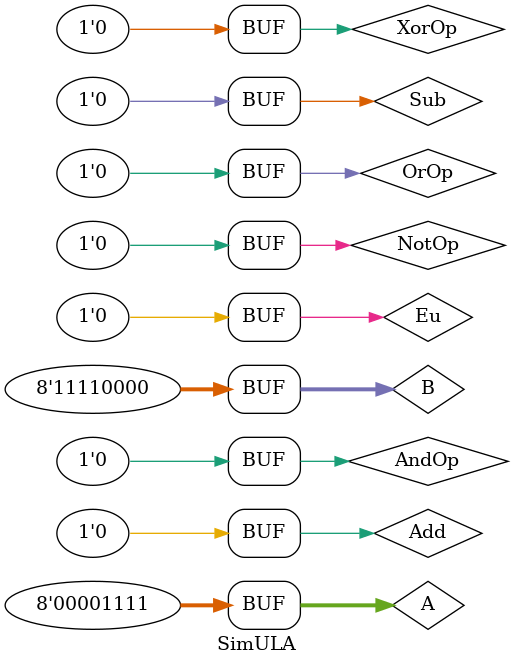
<source format=v>
`timescale 1ns/1ps
module SimULA;

    // Entradas
    reg [7:0] A;
    reg [7:0] B;
    reg Eu;
    reg Add, Sub, AndOp, OrOp, XorOp, NotOp;

    // Saída
    wire [7:0] Out;

    // Instancia a ULA
    ula DUT (
        .A(A),
        .B(B),
        .Eu(Eu),
        .Add(Add),
        .Sub(Sub),
        .AndOp(AndOp),
        .OrOp(OrOp),
        .XorOp(XorOp),
        .NotOp(NotOp),
        .Out(Out)
    );

    // Procedimento de teste
    initial begin
        // Inicializa sinais
        A = 8'b00001111;
        B = 8'b11110000;
        Eu = 0;
        Add = 0; Sub = 0; AndOp = 0; OrOp = 0; XorOp = 0; NotOp = 0;

        #20 Eu = 1;

        // Testa soma
        #20 Add = 1;
        #20 Add = 0;

        // Testa subtração
        #20 Sub = 1;
        #20 Sub = 0;

        // Testa AND
        #20 AndOp = 1;
        #20 AndOp = 0;

        // Testa OR
        #20 OrOp = 1;
        #20 OrOp = 0;

        // Testa XOR
        #20 XorOp = 1;
        #20 XorOp = 0;

        // Testa NOT (sobre A)
        #20 NotOp = 1;
        #20 NotOp = 0;

        // Desativa a ULA
        #20 Eu = 0;

    end

endmodule

</source>
